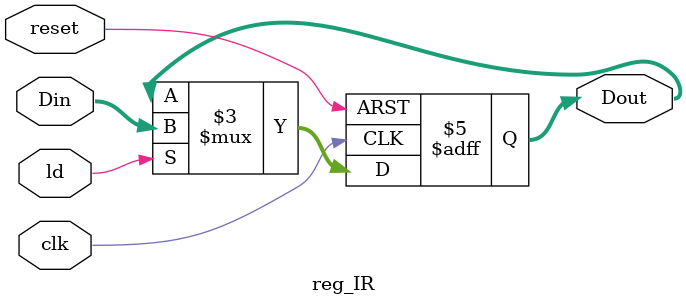
<source format=v>
`timescale 1ns / 1ps
 /*******************************************************************************
 * Author:   Benjamin Adinata
 * Email:	 benjaminadinata@yahoo.com
 * Filename: reg_IR.v
 * Date:     November 26, 2017
 * Version:  1.0
 * Purpose:  The purpose of this module is to create a register that will load
 *           in values from Din to Dout when ld is enabled. If load is not enabled
 *           the value in the register stays the same.
 *					
 * Notes:	 
 *******************************************************************************/
module reg_IR(clk, reset, ld, Din, Dout);
	input 		  clk, reset, ld;
	input  [15:0] Din;
	output [15:0] Dout; reg [15:0] Dout;
	
    // behavioral section for writing to the register
    always@ (posedge clk or posedge reset)
        if(reset)
            Dout <= 16'b0;
	    else
            if(ld)
		        Dout <= Din;
            else
		        Dout <= Dout;
    
endmodule

</source>
